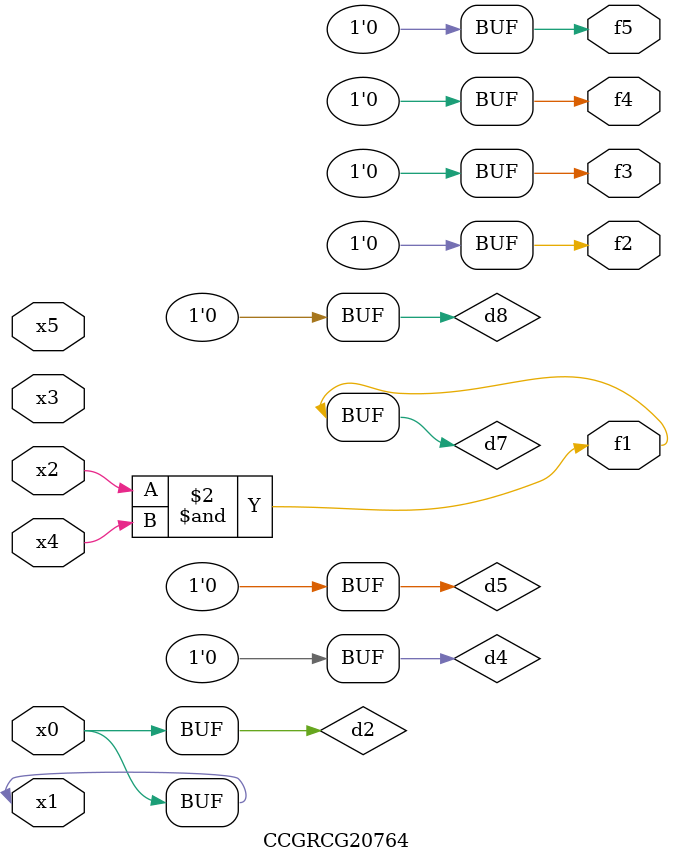
<source format=v>
module CCGRCG20764(
	input x0, x1, x2, x3, x4, x5,
	output f1, f2, f3, f4, f5
);

	wire d1, d2, d3, d4, d5, d6, d7, d8, d9;

	nand (d1, x1);
	buf (d2, x0, x1);
	nand (d3, x2, x4);
	and (d4, d1, d2);
	and (d5, d1, d2);
	nand (d6, d1, d3);
	not (d7, d3);
	xor (d8, d5);
	nor (d9, d5, d6);
	assign f1 = d7;
	assign f2 = d8;
	assign f3 = d8;
	assign f4 = d8;
	assign f5 = d8;
endmodule

</source>
